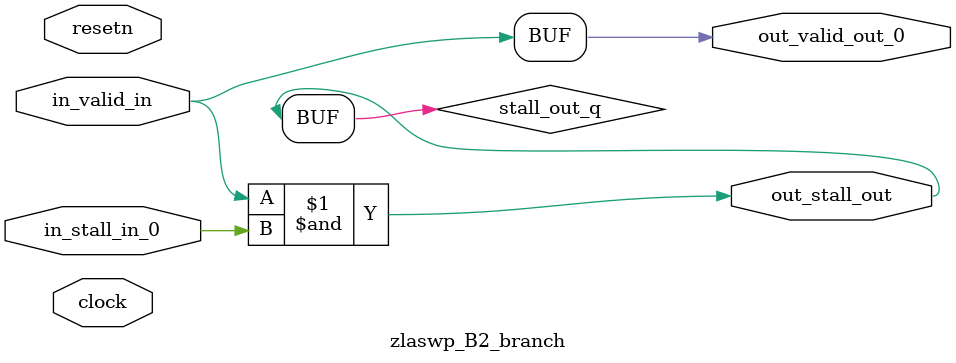
<source format=sv>



(* altera_attribute = "-name AUTO_SHIFT_REGISTER_RECOGNITION OFF; -name MESSAGE_DISABLE 10036; -name MESSAGE_DISABLE 10037; -name MESSAGE_DISABLE 14130; -name MESSAGE_DISABLE 14320; -name MESSAGE_DISABLE 15400; -name MESSAGE_DISABLE 14130; -name MESSAGE_DISABLE 10036; -name MESSAGE_DISABLE 12020; -name MESSAGE_DISABLE 12030; -name MESSAGE_DISABLE 12010; -name MESSAGE_DISABLE 12110; -name MESSAGE_DISABLE 14320; -name MESSAGE_DISABLE 13410; -name MESSAGE_DISABLE 113007; -name MESSAGE_DISABLE 10958" *)
module zlaswp_B2_branch (
    input wire [0:0] in_stall_in_0,
    input wire [0:0] in_valid_in,
    output wire [0:0] out_stall_out,
    output wire [0:0] out_valid_out_0,
    input wire clock,
    input wire resetn
    );

    wire [0:0] stall_out_q;


    // stall_out(LOGICAL,6)
    assign stall_out_q = in_valid_in & in_stall_in_0;

    // out_stall_out(GPOUT,4)
    assign out_stall_out = stall_out_q;

    // out_valid_out_0(GPOUT,5)
    assign out_valid_out_0 = in_valid_in;

endmodule

</source>
